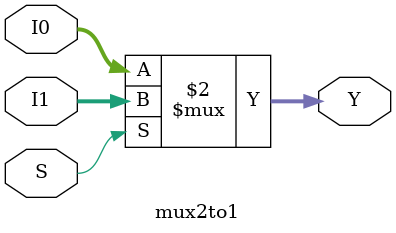
<source format=sv>
module mux2to1 
  #(  
    parameter size=32  
  )
  (
    output logic [size-1:0] Y,
    input [size-1:0] I0, I1,
    input S 
  );

  assign Y = (S==1'b1)? I1 : I0;
  
endmodule

</source>
